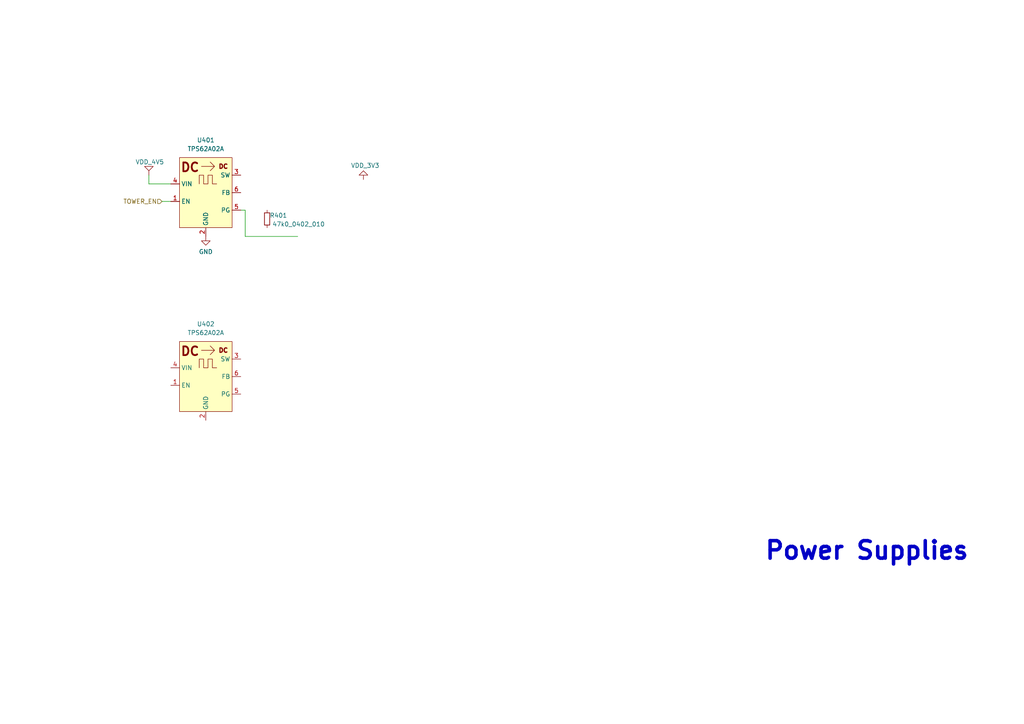
<source format=kicad_sch>
(kicad_sch (version 20250114) (generator "eeschema") (generator_version "9.0")
  (paper "A4")
  (title_block (title "Beacon Tower") (date "2025-06-14") (rev "1"))
  (lib_symbols
    (symbol "CUSTOM_LIBRARY:POWER_SINK" (power) (in_bom no) (on_board no)
      (property "Value" "POWER_SINK" (at -1.016 3.81 0))
      (symbol "POWER_SINK_0_1"
        (polyline (pts (xy 0 1.27) (xy 0 0)))
        (polyline (pts (xy 0 1.27) (xy -1.27 2.54) (xy 1.27 2.54) (xy 0 1.27)))
      )
      (symbol "POWER_SINK_1_1"
        (pin power_in line (at 0 0 90) (length 1.27) (hide yes) (name "VDD_3V3") (number ""))
      )
    )
    (symbol "CUSTOM_LIBRARY:POWER_SOURCE" (power) (in_bom no) (on_board no)
      (property "Value" "POWER_SOURCE" (at 0.508 4.064 0))
      (symbol "POWER_SOURCE_0_1"
        (polyline (pts (xy 0 2.54) (xy -1.27 1.27) (xy 1.27 1.27) (xy 0 2.54)))
        (polyline (pts (xy 0 1.27) (xy 0 0)))
      )
      (symbol "POWER_SOURCE_1_1"
        (pin power_in line (at 0 0 90) (length 1.27) (hide yes) (name "VDD_3V3") (number ""))
      )
    )
    (symbol "CUSTOM_LIBRARY:TPS62A02A"
      (property "Reference" "U" (at 0.508 3.81 0))
      (property "Value" "TPS62A02A" (at 4.826 1.27 0))
      (symbol "TPS62A02A_1_1"
        (rectangle (start 0 0) (end 15.24 -20.32) (fill (type background)))
        (polyline (pts (xy 5.715 -7.62) (xy 5.715 -5.08) (xy 6.985 -5.08) (xy 6.985 -7.62) (xy 8.255 -7.62) (xy 8.255 -5.08) (xy 9.525 -5.08) (xy 9.525 -7.62) (xy 10.795 -7.62)))
        (polyline (pts (xy 6.35 -2.54) (xy 10.16 -2.54) (xy 8.89 -1.27) (xy 10.16 -2.54) (xy 8.89 -3.81)))
        (text "DC" (at 3.048 -2.794 0) (effects (font (size 2.54 2.54) (thickness 0.508) (bold yes))))
        (text "DC" (at 12.7 -2.54 0) (effects (font (size 1.27 1.27) (thickness 0.508) (bold yes))))
        (pin power_in line (at -2.54 -7.62 0) (length 2.54) (name "VIN") (number "4"))
        (pin input line (at -2.54 -12.7 0) (length 2.54) (name "EN") (number "1"))
        (pin passive line (at 7.62 -22.86 90) (length 2.54) (name "GND") (number "2"))
        (pin power_out line (at 17.78 -5.08 180) (length 2.54) (name "SW") (number "3"))
        (pin input line (at 17.78 -10.16 180) (length 2.54) (name "FB") (number "6"))
        (pin output line (at 17.78 -15.24 180) (length 2.54) (name "PG") (number "5"))
      )
    )
    (symbol "Device:R_Small" (pin_numbers (hide yes)) (pin_names (offset 0.254) (hide yes))
      (property "Reference" "R" (at 0.762 0.508 0))
      (property "Value" "R_Small" (at 0.762 -1.016 0))
      (symbol "R_Small_0_1"
        (rectangle (start -0.762 1.778) (end 0.762 -1.778) (stroke (width 0.2032)))
      )
      (symbol "R_Small_1_1"
        (pin passive line (at 0 2.54 270) (length 0.762) (name "~") (number "1"))
        (pin passive line (at 0 -2.54 90) (length 0.762) (name "~") (number "2"))
      )
    )
    (symbol "power:GND" (power) (pin_names (offset 0))
      (property "Value" "GND" (at 0 -3.81 0))
      (symbol "GND_0_1"
        (polyline (pts (xy 0 0) (xy 0 -1.27) (xy 1.27 -1.27) (xy 0 -2.54) (xy -1.27 -1.27) (xy 0 -1.27)))
      )
      (symbol "GND_1_1"
        (pin power_in line (at 0 0 270) (length 0) (hide yes) (name "GND") (number "1"))
      )
    )
  )
  (text "Power Supplies" (at 221.488 162.814 0) (effects (font (size 5.08 5.08) (thickness 1.016) (bold yes)) (justify left bottom)))
  (wire (pts (xy 43.18 50.8) (xy 43.18 53.34)))
  (wire (pts (xy 71.12 60.96) (xy 71.12 68.58)))
  (wire (pts (xy 46.99 58.42) (xy 49.53 58.42)))
  (wire (pts (xy 71.12 68.58) (xy 86.36 68.58)))
  (wire (pts (xy 69.85 60.96) (xy 71.12 60.96)))
  (wire (pts (xy 49.53 53.34) (xy 43.18 53.34)))
  (hierarchical_label "TOWER_EN" (shape input) (at 46.99 58.42 180) (property "Intersheetrefs" "${INTERSHEET_REFS}" (effects (hide yes))))
  (symbol (lib_id "CUSTOM_LIBRARY:POWER_SINK") (at 43.18 50.8 0) (unit 1) (in_bom no) (on_board no)
    (property "Reference" "#PWR0401" (effects (hide yes)))
    (property "Value" "VDD_4V5" (at 43.434 46.99 0))
  )
  (symbol (lib_id "CUSTOM_LIBRARY:TPS62A02A") (at 52.07 45.72 0) (unit 1)
    (property "Reference" "U401" (at 59.69 40.64 0))
    (property "Value" "TPS62A02A" (at 59.69 43.18 0))
    (property "Datasheet" "https://www.mouser.com/ProductDetail/Texas-Instruments/TPS62A02APDDCR?qs=ZcfC38r4PotJY8Nb5BNo3Q%3D%3D" (effects (hide yes)))
    (property "Description" "High Efficiency Synchronous Buck, Integrated FETs, 2A, Adjustable" (effects (hide yes)))
  )
  (symbol (lib_id "Device:R_Small") (at 77.47 63.5 180) (unit 1)
    (property "Reference" "R401" (at 80.772 62.484 0))
    (property "Value" "47k0_0402_010" (at 86.614 65.024 0))
    (property "Footprint" "Footprint_Library:0402_1005Metric_Handsolder" (effects (hide yes)))
  )
  (symbol (lib_id "CUSTOM_LIBRARY:TPS62A02A") (at 52.07 99.06 0) (unit 1)
    (property "Reference" "U402" (at 59.69 93.98 0))
    (property "Value" "TPS62A02A" (at 59.69 96.52 0))
    (property "Datasheet" "https://www.mouser.com/ProductDetail/Texas-Instruments/TPS62A02APDDCR?qs=ZcfC38r4PotJY8Nb5BNo3Q%3D%3D" (effects (hide yes)))
    (property "Description" "High Efficiency Synchronous Buck, Integrated FETs, 2A, Adjustable" (effects (hide yes)))
  )
  (symbol (lib_id "CUSTOM_LIBRARY:POWER_SOURCE") (at 105.41 52.07 0) (unit 1) (in_bom no) (on_board no)
    (property "Reference" "#PWR0402" (effects (hide yes)))
    (property "Value" "VDD_3V3" (at 105.918 48.006 0))
  )
  (symbol (lib_id "power:GND") (at 59.69 68.58 0) (unit 1)
    (property "Reference" "#PWR0403" (effects (hide yes)))
    (property "Value" "GND" (at 59.69 73.025 0))
  )
)
</source>
